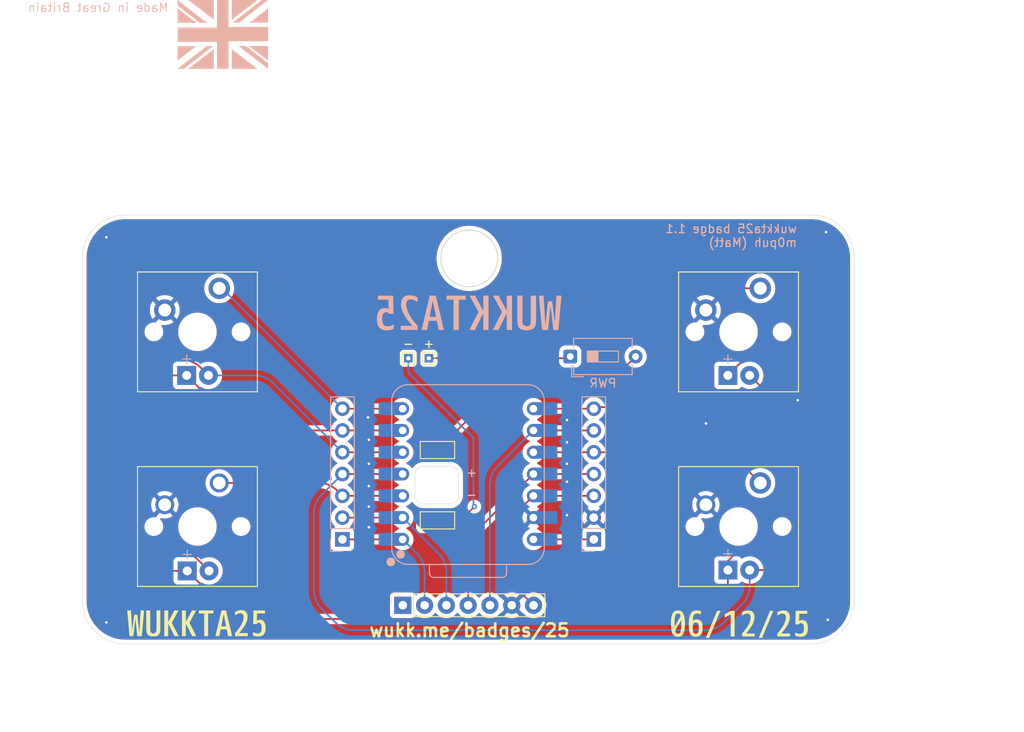
<source format=kicad_pcb>
(kicad_pcb (version 20241229) (generator "pcbnew") (generator_version "9.0")
  (layers (0 "F.Cu" signal) (2 "B.Cu" signal) (13 "F.Paste" user) (15 "B.Paste" user) (5 "F.SilkS" user "F.Silkscreen") (7 "B.SilkS" user "B.Silkscreen") (1 "F.Mask" user) (3 "B.Mask" user) (25 "Edge.Cuts" user))
  (net 0 "")
  (net 1 "GND")
  (net 2 "/VBUS")
  (net 3 "/VCC")
  (net 4 "/D10")
  (net 5 "/D9")
  (net 6 "/D8")
  (net 7 "/D7")
  (net 8 "/D0")
  (net 9 "/D1")
  (net 10 "/D6")
  (net 12 "/CH2")
  (net 13 "/CH3")
  (net 14 "/CH1")
  (net 15 "Net-(J4-Pin_1)")
  (net 16 "Net-(J5-Pin_1)")
  (net 17 "/D2")
  (footprint "TestPoint:TestPoint_Pad_2.5x2.5mm" (layer "F.Cu") (at 96.4 83.1)
    (property "Reference" "J5" (hide yes))
    (property "Value" "Conn_01x01_Pin")
    (pad "1" smd roundrect (at 0 0) (size 4 2) (layers "F.Cu" "F.Mask") (roundrect_rratio 0.125))
  )
  (footprint "MX V2:MX-LED-PolarityMarked" (layer "F.Cu") (at 68.5 83.90875)
    (property "Reference" "D2" (hide yes))
    (property "Value" "LED" (hide yes))
    (pad "1" thru_hole rect (at -1.27 5.08) (size 2.2 2.2) (drill 1.04) (layers "*.Cu" "B.Mask") (net 12 "/CH2"))
    (pad "2" thru_hole circle (at 1.27 5.08) (size 2.2 2.2) (drill 1.04) (layers "*.Cu" "B.Mask") (net 13 "/CH3"))
  )
  (footprint "MX V2:MX-LED-PolarityMarked" (layer "F.Cu") (at 131.53 61.12)
    (property "Reference" "D3" (hide yes))
    (property "Value" "LED" (hide yes))
    (pad "1" thru_hole rect (at -1.27 5.08) (size 2.2 2.2) (drill 1.04) (layers "*.Cu" "B.Mask") (net 14 "/CH1"))
    (pad "2" thru_hole circle (at 1.27 5.08) (size 2.2 2.2) (drill 1.04) (layers "*.Cu" "B.Mask") (net 12 "/CH2"))
  )
  (footprint "Button_Switch_Keyboard:SW_Cherry_MX_1.00u_PCB" (layer "F.Cu") (at 134.04 78.74)
    (property "Reference" "SW1" (hide yes))
    (property "Value" "SW_SPST" (hide yes))
    (pad "" np_thru_hole circle (at -7.62 5.08) (size 1.7 1.7) (drill 1.7) (layers "*.Cu" "*.Mask"))
    (pad "" np_thru_hole circle (at -2.54 5.08) (size 4 4) (drill 4) (layers "*.Cu" "*.Mask"))
    (pad "" np_thru_hole circle (at 2.54 5.08) (size 1.7 1.7) (drill 1.7) (layers "*.Cu" "*.Mask"))
    (pad "1" thru_hole circle (at 0 0) (size 2.5 2.5) (drill 1.5) (layers "*.Cu" "*.Mask") (net 5 "/D9"))
    (pad "2" thru_hole circle (at -6.35 2.54) (size 2.2 2.2) (drill 1.5) (layers "*.Cu" "*.Mask") (net 1 "GND"))
  )
  (footprint "TestPoint:TestPoint_THTPad_1.0x1.0mm_Drill0.5mm" (layer "F.Cu") (at 93 64.2)
    (property "Reference" "-" (at 0 -1.7 0) (layer "F.SilkS"))
    (property "Value" "Conn_01x01_Pin" (hide yes))
    (pad "1" thru_hole rect (at 0 0) (size 1 1) (drill 0.5) (layers "*.Cu" "*.Mask"))
  )
  (footprint "kibuzzard-68E80B3B" (layer "F.Cu") (at 131.6 95.2)
    (property "Reference" "kibuzzard-68E80B3B" (hide yes))
    (property "Value" "G***" (hide yes))
  )
  (footprint "kibuzzard-68C8464D" (layer "F.Cu") (at 68.3 95.1)
    (property "Reference" "kibuzzard-68C8464D" (hide yes))
    (property "Value" "G***" (hide yes))
  )
  (footprint "Button_Switch_Keyboard:SW_Cherry_MX_1.00u_PCB" (layer "F.Cu") (at 70.96 56.045)
    (property "Reference" "SW4" (hide yes))
    (property "Value" "SW_SPST" (hide yes))
    (pad "" np_thru_hole circle (at -7.62 5.08) (size 1.7 1.7) (drill 1.7) (layers "*.Cu" "*.Mask"))
    (pad "" np_thru_hole circle (at -2.54 5.08) (size 4 4) (drill 4) (layers "*.Cu" "*.Mask"))
    (pad "" np_thru_hole circle (at 2.54 5.08) (size 1.7 1.7) (drill 1.7) (layers "*.Cu" "*.Mask"))
    (pad "1" thru_hole circle (at 0 0) (size 2.5 2.5) (drill 1.5) (layers "*.Cu" "*.Mask") (net 10 "/D6"))
    (pad "2" thru_hole circle (at -6.35 2.54) (size 2.5 2.5) (drill 1.5) (layers "*.Cu" "*.Mask") (net 1 "GND"))
  )
  (footprint "MX V2:MX-LED-PolarityMarked" (layer "F.Cu") (at 68.43 61.12)
    (property "Reference" "D1" (hide yes))
    (property "Value" "LED" (hide yes))
    (pad "1" thru_hole rect (at -1.27 5.08) (size 2.2 2.2) (drill 1.04) (layers "*.Cu" "B.Mask") (net 13 "/CH3"))
    (pad "2" thru_hole circle (at 1.27 5.08) (size 2.2 2.2) (drill 1.04) (layers "*.Cu" "B.Mask") (net 12 "/CH2"))
  )
  (footprint "Button_Switch_Keyboard:SW_Cherry_MX_1.00u_PCB" (layer "F.Cu") (at 70.96 78.74)
    (property "Reference" "SW2" (hide yes))
    (property "Value" "SW_SPST" (hide yes))
    (pad "" np_thru_hole circle (at -7.62 5.08) (size 1.7 1.7) (drill 1.7) (layers "*.Cu" "*.Mask"))
    (pad "" np_thru_hole circle (at -2.54 5.08) (size 4 4) (drill 4) (layers "*.Cu" "*.Mask"))
    (pad "" np_thru_hole circle (at 2.54 5.08) (size 1.7 1.7) (drill 1.7) (layers "*.Cu" "*.Mask"))
    (pad "1" thru_hole circle (at 0 0) (size 2.2 2.2) (drill 1.5) (layers "*.Cu" "*.Mask") (net 17 "/D2"))
    (pad "2" thru_hole circle (at -6.35 2.54) (size 2.2 2.2) (drill 1.5) (layers "*.Cu" "*.Mask") (net 1 "GND"))
  )
  (footprint "TestPoint:TestPoint_THTPad_1.0x1.0mm_Drill0.5mm" (layer "F.Cu") (at 95.4 64.2)
    (property "Reference" "+" (at 0 -1.7 0) (layer "F.SilkS"))
    (property "Value" "Conn_01x01_Pin" (hide yes))
    (pad "1" thru_hole rect (at 0 0) (size 1 1) (drill 0.5) (layers "*.Cu" "*.Mask") (net 15 "Net-(J4-Pin_1)"))
  )
  (footprint "Button_Switch_Keyboard:SW_Cherry_MX_1.00u_PCB" (layer "F.Cu") (at 134.04 56.045)
    (property "Reference" "SW3" (hide yes))
    (property "Value" "SW_SPST" (hide yes))
    (pad "" np_thru_hole circle (at -7.62 5.08) (size 1.7 1.7) (drill 1.7) (layers "*.Cu" "*.Mask"))
    (pad "" np_thru_hole circle (at -2.54 5.08) (size 4 4) (drill 4) (layers "*.Cu" "*.Mask"))
    (pad "" np_thru_hole circle (at 2.54 5.08) (size 1.7 1.7) (drill 1.7) (layers "*.Cu" "*.Mask"))
    (pad "1" thru_hole circle (at 0 0) (size 2.5 2.5) (drill 1.5) (layers "*.Cu" "*.Mask") (net 7 "/D7"))
    (pad "2" thru_hole circle (at -6.35 2.54) (size 2.5 2.5) (drill 1.5) (layers "*.Cu" "*.Mask") (net 1 "GND"))
  )
  (footprint "TestPoint:TestPoint_Pad_2.5x2.5mm" (layer "F.Cu") (at 96.4 74.9)
    (property "Reference" "J5" (hide yes))
    (property "Value" "Conn_01x01_Pin")
    (pad "1" smd roundrect (at 0 0) (size 4 2) (layers "F.Cu" "F.Mask") (roundrect_rratio 0.125) (net 16 "Net-(J5-Pin_1)"))
  )
  (footprint "Connector_PinSocket_2.54mm:PinSocket_1x07_P2.54mm_Vertical" (layer "F.Cu") (at 92.360001 93.000001 90)
    (property "Reference" "J1" (hide yes))
    (property "Value" "Conn_01x07_Socket" (hide yes))
    (pad "1" thru_hole rect (at 0 0 90) (size 2 2) (drill 1) (layers "*.Cu" "*.Mask"))
    (pad "2" thru_hole circle (at 0.000001 2.539999 90) (size 2 2) (drill 1) (layers "*.Cu" "*.Mask") (net 8 "/D0"))
    (pad "3" thru_hole circle (at 0 5.08 90) (size 2 2) (drill 1) (layers "*.Cu" "*.Mask") (net 9 "/D1"))
    (pad "4" thru_hole circle (at 0.000001 7.62 90) (size 2 2) (drill 1) (layers "*.Cu" "*.Mask") (net 4 "/D10"))
    (pad "5" thru_hole circle (at -0.000002 10.159999 90) (size 2 2) (drill 1) (layers "*.Cu" "*.Mask") (net 6 "/D8"))
    (pad "6" thru_hole circle (at 0.000002 12.7 90) (size 2 2) (drill 1) (layers "*.Cu" "*.Mask") (net 1 "GND"))
    (pad "7" thru_hole circle (at 0.000001 15.24 90) (size 2 2) (drill 1) (layers "*.Cu" "*.Mask") (net 3 "/VCC"))
  )
  (footprint "MX V2:MX-LED-PolarityMarked" (layer "F.Cu") (at 131.53 83.82)
    (property "Reference" "D4" (hide yes))
    (property "Value" "LED" (hide yes))
    (pad "1" thru_hole rect (at -1.27 5.08) (size 2.2 2.2) (drill 1.04) (layers "*.Cu" "B.Mask") (net 12 "/CH2"))
    (pad "2" thru_hole circle (at 1.27 5.08) (size 2.2 2.2) (drill 1.04) (layers "*.Cu" "B.Mask") (net 14 "/CH1"))
  )
  (footprint "Connector_PinHeader_2.54mm:PinHeader_1x07_P2.54mm_Vertical" (layer "B.Cu") (at 85.32 85.32)
    (property "Reference" "J3" (hide yes))
    (property "Value" "Conn_01x07_Socket" (hide yes))
    (pad "1" thru_hole rect (at 0 0) (size 1.7 1.7) (drill 1) (layers "*.Cu" "*.Mask") (net 8 "/D0"))
    (pad "2" thru_hole circle (at 0 -2.54) (size 1.7 1.7) (drill 1) (layers "*.Cu" "*.Mask") (net 9 "/D1"))
    (pad "3" thru_hole circle (at 0 -5.08) (size 1.7 1.7) (drill 1) (layers "*.Cu" "*.Mask") (net 17 "/D2"))
    (pad "4" thru_hole circle (at 0 -7.62) (size 1.7 1.7) (drill 1) (layers "*.Cu" "*.Mask") (net 14 "/CH1"))
    (pad "5" thru_hole circle (at 0 -10.16) (size 1.7 1.7) (drill 1) (layers "*.Cu" "*.Mask") (net 12 "/CH2"))
    (pad "6" thru_hole circle (at 0 -12.7) (size 1.7 1.7) (drill 1) (layers "*.Cu" "*.Mask") (net 13 "/CH3"))
    (pad "7" thru_hole circle (at 0 -15.24) (size 1.7 1.7) (drill 1) (layers "*.Cu" "*.Mask") (net 10 "/D6"))
  )
  (footprint "kibuzzard-68C1A562" (layer "B.Cu") (at 100.1 58.9 180)
    (property "Reference" "kibuzzard-68C1A562" (hide yes))
    (property "Value" "G***" (hide yes))
  )
  (footprint "Connector_PinHeader_2.54mm:PinHeader_1x07_P2.54mm_Vertical" (layer "B.Cu") (at 114.625 85.32)
    (property "Reference" "J2" (hide yes))
    (property "Value" "Conn_01x07_Socket" (hide yes))
    (pad "1" thru_hole rect (at 0 0) (size 1.7 1.7) (drill 1) (layers "*.Cu" "*.Mask") (net 2 "/VBUS"))
    (pad "2" thru_hole circle (at 0 -2.54) (size 1.7 1.7) (drill 1) (layers "*.Cu" "*.Mask") (net 1 "GND"))
    (pad "3" thru_hole circle (at 0 -5.08) (size 1.7 1.7) (drill 1) (layers "*.Cu" "*.Mask") (net 3 "/VCC"))
    (pad "4" thru_hole circle (at 0 -7.62) (size 1.7 1.7) (drill 1) (layers "*.Cu" "*.Mask") (net 4 "/D10"))
    (pad "5" thru_hole circle (at 0 -10.16) (size 1.7 1.7) (drill 1) (layers "*.Cu" "*.Mask") (net 5 "/D9"))
    (pad "6" thru_hole circle (at 0 -12.7) (size 1.7 1.7) (drill 1) (layers "*.Cu" "*.Mask") (net 6 "/D8"))
    (pad "7" thru_hole circle (at 0 -15.24) (size 1.7 1.7) (drill 1) (layers "*.Cu" "*.Mask") (net 7 "/D7"))
  )
  (footprint "Seeed Studio XIAO Series Library:XIAO-ESP32C3-DIP" (layer "B.Cu") (at 100.08 77.7)
    (property "Reference" "U1" (hide yes))
    (property "Value" "XIAO-ESP32-C3-DIP")
    (pad "1" smd roundrect (at -8.575 7.62 180) (size 2.932 1.524) (drill (offset 0.5 0)) (layers "B.Cu" "B.Mask") (roundrect_rratio 0.1) (net 8 "/D0"))
    (pad "1" thru_hole circle (at -7.74 7.62 180) (size 1.524 1.524) (drill 0.889) (layers "*.Cu" "*.Mask") (net 8 "/D0"))
    (pad "2" smd roundrect (at -8.575 5.08 180) (size 2.932 1.524) (drill (offset 0.5 0)) (layers "B.Cu" "B.Mask") (roundrect_rratio 0.1) (net 9 "/D1"))
    (pad "2" thru_hole circle (at -7.74 5.08 180) (size 1.524 1.524) (drill 0.889) (layers "*.Cu" "*.Mask") (net 9 "/D1"))
    (pad "3" smd roundrect (at -8.575 2.54 180) (size 2.932 1.524) (drill (offset 0.5 0)) (layers "B.Cu" "B.Mask") (roundrect_rratio 0.1) (net 17 "/D2"))
    (pad "3" thru_hole circle (at -7.74 2.54 180) (size 1.524 1.524) (drill 0.889) (layers "*.Cu" "*.Mask") (net 17 "/D2"))
    (pad "4" smd roundrect (at -8.575 0 180) (size 2.932 1.524) (drill (offset 0.5 0)) (layers "B.Cu" "B.Mask") (roundrect_rratio 0.1) (net 14 "/CH1"))
    (pad "4" thru_hole circle (at -7.74 0 180) (size 1.524 1.524) (drill 0.889) (layers "*.Cu" "*.Mask") (net 14 "/CH1"))
    (pad "5" smd roundrect (at -8.575 -2.54 180) (size 2.932 1.524) (drill (offset 0.5 0)) (layers "B.Cu" "B.Mask") (roundrect_rratio 0.1) (net 12 "/CH2"))
    (pad "5" thru_hole circle (at -7.74 -2.54 180) (size 1.524 1.524) (drill 0.889) (layers "*.Cu" "*.Mask") (net 12 "/CH2"))
    (pad "6" smd roundrect (at -8.575 -5.08 180) (size 2.932 1.524) (drill (offset 0.5 0)) (layers "B.Cu" "B.Mask") (roundrect_rratio 0.1) (net 13 "/CH3"))
    (pad "6" thru_hole circle (at -7.74 -5.08 180) (size 1.524 1.524) (drill 0.889) (layers "*.Cu" "*.Mask") (net 13 "/CH3"))
    (pad "7" smd roundrect (at -8.575 -7.62 180) (size 2.932 1.524) (drill (offset 0.5 0)) (layers "B.Cu" "B.Mask") (roundrect_rratio 0.1) (net 10 "/D6"))
    (pad "7" thru_hole circle (at -7.74 -7.62 180) (size 1.524 1.524) (drill 0.889) (layers "*.Cu" "*.Mask") (net 10 "/D6"))
    (pad "8" thru_hole circle (at 7.5 -7.62) (size 1.524 1.524) (drill 0.889) (layers "*.Cu" "*.Mask") (net 7 "/D7"))
    (pad "8" smd roundrect (at 8.335 -7.62) (size 2.932 1.524) (drill (offset 0.5 0)) (layers "B.Cu" "B.Mask") (roundrect_rratio 0.1) (net 7 "/D7"))
    (pad "9" thru_hole circle (at 7.5 -5.08) (size 1.524 1.524) (drill 0.889) (layers "*.Cu" "*.Mask") (net 6 "/D8"))
    (pad "9" smd roundrect (at 8.335 -5.08) (size 2.932 1.524) (drill (offset 0.5 0)) (layers "B.Cu" "B.Mask") (roundrect_rratio 0.1) (net 6 "/D8"))
    (pad "10" thru_hole circle (at 7.5 -2.54) (size 1.524 1.524) (drill 0.889) (layers "*.Cu" "*.Mask") (net 5 "/D9"))
    (pad "10" smd roundrect (at 8.335 -2.54) (size 2.932 1.524) (drill (offset 0.5 0)) (layers "B.Cu" "B.Mask") (roundrect_rratio 0.1) (net 5 "/D9"))
    (pad "11" thru_hole circle (at 7.5 0) (size 1.524 1.524) (drill 0.889) (layers "*.Cu" "*.Mask") (net 4 "/D10"))
    (pad "11" smd roundrect (at 8.335 0) (size 2.932 1.524) (drill (offset 0.5 0)) (layers "B.Cu" "B.Mask") (roundrect_rratio 0.1) (net 4 "/D10"))
    (pad "12" thru_hole circle (at 7.5 2.54) (size 1.524 1.524) (drill 0.889) (layers "*.Cu" "*.Mask") (net 3 "/VCC"))
    (pad "12" smd roundrect (at 8.335 2.54) (size 2.932 1.524) (drill (offset 0.5 0)) (layers "B.Cu" "B.Mask") (roundrect_rratio 0.1) (net 3 "/VCC"))
    (pad "13" thru_hole circle (at 7.5 5.08) (size 1.524 1.524) (drill 0.889) (layers "*.Cu" "*.Mask") (net 1 "GND"))
    (pad "13" smd roundrect (at 8.335 5.08) (size 2.932 1.524) (drill (offset 0.5 0)) (layers "B.Cu" "B.Mask") (roundrect_rratio 0.1) (net 1 "GND"))
    (pad "14" thru_hole circle (at 7.5 7.62) (size 1.524 1.524) (drill 0.889) (layers "*.Cu" "*.Mask") (net 2 "/VBUS"))
    (pad "14" smd roundrect (at 8.335 7.62) (size 2.932 1.524) (drill (offset 0.5 0)) (layers "B.Cu" "B.Mask") (roundrect_rratio 0.1) (net 2 "/VBUS"))
  )
  (footprint "Button_Switch_THT:SW_DIP_SPSTx01_Slide_6.7x4.1mm_W7.62mm_P2.54mm_LowProfile" (layer "B.Cu") (at 111.88 64)
    (property "Reference" "PWR" (at 3.81 3.11 180) (layer "B.SilkS") (effects (justify mirror)))
    (property "Value" "SW_SPST" (hide yes))
    (pad "1" thru_hole roundrect (at 0 0) (size 1.6 1.6) (drill 0.8) (layers "*.Cu" "*.Mask") (roundrect_rratio 0.15625) (net 15 "Net-(J4-Pin_1)"))
    (pad "2" thru_hole circle (at 7.62 0) (size 1.6 1.6) (drill 0.8) (layers "*.Cu" "*.Mask") (net 16 "Net-(J5-Pin_1)"))
  )
  (gr_poly (pts (xy 76.655634 29.793129) (xy 76.655634 30.45895) (xy 73.196043 27.797241) (xy 74.061395 27.797241)) (fill yes) (layer "B.SilkS"))
  (gr_poly (pts (xy 68.326696 25.099566) (xy 66.1 25.099566) (xy 66.1 23.386306)) (fill yes) (layer "B.SilkS"))
  (gr_poly (pts (xy 70.329675 24.73163) (xy 67.345464 22.435625) (xy 70.329675 22.435625)) (fill yes) (layer "B.SilkS"))
  (gr_poly (pts (xy 72.05606 25.575382) (xy 76.655634 25.575382) (xy 76.655634 27.248396) (xy 72.05606 27.248396) (xy 72.05606 30.461182) (xy 71.377817 30.461182) (xy 70.699575 30.461182) (xy 70.699575 27.321591) (xy 66.1 27.321591) (xy 66.1 25.648432) (xy 70.699575 25.648432) (xy 70.699575 22.435625) (xy 71.377817 22.435625) (xy 72.05606 22.435625)) (fill yes) (layer "B.SilkS"))
  (gr_poly (pts (xy 66.83424 30.461182) (xy 66.1 30.461182) (xy 66.086151 30.461182) (xy 66.1 30.45035) (xy 69.489829 27.818242) (xy 70.24199 27.818242)) (fill yes) (layer "B.SilkS"))
  (gr_poly (pts (xy 70.329675 30.461182) (xy 67.33178 30.461182) (xy 70.329675 28.154821)) (fill yes) (layer "B.SilkS"))
  (gr_poly (pts (xy 76.655634 25.078565) (xy 74.46968 25.078565) (xy 76.655634 23.396972)) (fill yes) (layer "B.SilkS"))
  (gr_poly (pts (xy 69.559592 25.099566) (xy 68.69424 25.099566) (xy 66.1 23.103678) (xy 66.1 22.437858)) (fill yes) (layer "B.SilkS"))
  (gr_poly (pts (xy 76.655634 22.446457) (xy 73.265806 25.078565) (xy 72.513645 25.078565) (xy 75.921395 22.435625) (xy 76.655634 22.435625) (xy 76.669484 22.435625)) (fill yes) (layer "B.SilkS"))
  (gr_poly (pts (xy 76.655634 29.510335) (xy 74.428938 27.797241) (xy 76.655634 27.797241)) (fill yes) (layer "B.SilkS"))
  (gr_poly (pts (xy 75.410171 30.461182) (xy 72.42596 30.461182) (xy 72.42596 28.165322)) (fill yes) (layer "B.SilkS"))
  (gr_poly (pts (xy 66.1 29.5) (xy 66.1 27.818242) (xy 68.285872 27.818242)) (fill yes) (layer "B.SilkS"))
  (gr_poly (pts (xy 72.42596 24.741986) (xy 72.42596 22.435625) (xy 75.423834 22.435625)) (fill yes) (layer "B.SilkS"))
  (gr_arc (start 60 97.5) (mid 56.464466 96.035534) (end 55 92.5) (stroke (width 0.05)) (layer "Edge.Cuts"))
  (gr_arc (start 55 52.5) (mid 56.464466 48.964466) (end 60 47.5) (stroke (width 0.05)) (layer "Edge.Cuts"))
  (gr_circle (center 100.1 52.559456) (end 100.35 49.259456) (stroke (width 0.1)) (fill no) (layer "Edge.Cuts"))
  (gr_arc (start 98.884456 80.175) (mid 98.59156 80.882091) (end 97.884456 81.175) (stroke (width 0.05)) (layer "Edge.Cuts"))
  (gr_arc (start 97.884456 76.8) (mid 98.591563 77.092893) (end 98.884456 77.8) (stroke (width 0.05)) (layer "Edge.Cuts"))
  (gr_line (start 60 47.5) (end 140 47.5) (stroke (width 0.05)) (layer "Edge.Cuts"))
  (gr_line (start 93.775 80.175) (end 93.775 77.8) (stroke (width 0.05)) (layer "Edge.Cuts"))
  (gr_arc (start 93.775 77.8) (mid 94.067893 77.092893) (end 94.775 76.8) (stroke (width 0.05)) (layer "Edge.Cuts"))
  (gr_arc (start 94.775 81.175) (mid 94.067893 80.882107) (end 93.775 80.175) (stroke (width 0.05)) (layer "Edge.Cuts"))
  (gr_line (start 97.884456 81.175) (end 94.775 81.175) (stroke (width 0.05)) (layer "Edge.Cuts"))
  (gr_line (start 145 52.5) (end 145 92.5) (stroke (width 0.05)) (layer "Edge.Cuts"))
  (gr_arc (start 140 47.5) (mid 143.535534 48.964466) (end 145 52.5) (stroke (width 0.05)) (layer "Edge.Cuts"))
  (gr_line (start 55 92.5) (end 55 52.5) (stroke (width 0.05)) (layer "Edge.Cuts"))
  (gr_line (start 98.884456 77.8) (end 98.884456 80.175) (stroke (width 0.05)) (layer "Edge.Cuts"))
  (gr_line (start 94.775 76.8) (end 97.884456 76.8) (stroke (width 0.05)) (layer "Edge.Cuts"))
  (gr_line (start 140 97.5) (end 60 97.5) (stroke (width 0.05)) (layer "Edge.Cuts"))
  (gr_arc (start 145 92.5) (mid 143.535534 96.035534) (end 140 97.5) (stroke (width 0.05)) (layer "Edge.Cuts"))
  (gr_text "wukk.me/badges/25" (at 88.3 96.8 0) (layer "F.SilkS") (effects (font (size 1.5 1.5) (thickness 0.3) (bold yes)) (justify left bottom)))
  (gr_text "wukkta25 badge 1.1\nm0puh (Matt)" (at 138.4 51.3 0) (layer "B.SilkS") (effects (font (size 1 1)) (justify left bottom mirror)))
  (gr_text "+" (at 101.1 78.1 0) (layer "B.SilkS") (effects (font (size 1 1)) (justify left bottom mirror)))
  (gr_text "Made in Great Britain" (at 65.1 23.9 0) (layer "B.SilkS") (effects (font (size 1 1) (thickness 0.1)) (justify left bottom mirror)))
  (gr_text "-" (at 101.1 80.7 0) (layer "B.SilkS") (effects (font (size 1 1)) (justify left bottom mirror)))
  (segment (start 99.1 83.1) (end 96.4 83.1) (width 0.2) (layer "F.Cu") (net 0))
  (segment (start 100.7 81.5) (end 99.1 83.1) (width 0.2) (layer "F.Cu") (net 0))
  (via (at 100.7 81.5) (size 0.6) (drill 0.3) (layers "F.Cu" "B.Cu") (net 0))
  (segment (start 93 65.9) (end 96.5 69.4) (width 0.2) (layer "B.Cu") (net 0))
  (segment (start 93 64.2) (end 93 65.9) (width 0.2) (layer "B.Cu") (net 0))
  (segment (start 100.6 80) (end 100.6 81.4) (width 0.2) (layer "B.Cu") (net 0))
  (segment (start 100.6 73.5) (end 100.6 80) (width 0.2) (layer "B.Cu") (net 0))
  (segment (start 100.6 81.4) (end 100.7 81.5) (width 0.2) (layer "B.Cu") (net 0))
  (segment (start 96.5 69.4) (end 100.6 73.5) (width 0.2) (layer "B.Cu") (net 0))
  (via (at 88.3 71.1) (size 0.6) (drill 0.3) (layers "F.Cu" "B.Cu") (net 1))
  (via (at 57.8 50.1) (size 0.6) (drill 0.3) (layers "F.Cu" "B.Cu") (net 1))
  (via (at 111.5 82.5) (size 0.6) (drill 0.3) (layers "F.Cu" "B.Cu") (net 1))
  (via (at 111.5 76.5) (size 0.6) (drill 0.3) (layers "F.Cu" "B.Cu") (net 1))
  (via (at 88.4 83.9) (size 0.6) (drill 0.3) (layers "F.Cu" "B.Cu") (net 1))
  (via (at 127.7 71.8) (size 0.6) (drill 0.3) (layers "F.Cu" "B.Cu") (net 1))
  (via (at 141.7 49.5) (size 0.6) (drill 0.3) (layers "F.Cu" "B.Cu") (net 1))
  (via (at 141.9 94.7) (size 0.6) (drill 0.3) (layers "F.Cu" "B.Cu") (net 1))
  (via (at 111.5 78.6) (size 0.6) (drill 0.3) (layers "F.Cu" "B.Cu") (net 1))
  (via (at 88.4 81.5) (size 0.6) (drill 0.3) (layers "F.Cu" "B.Cu") (net 1))
  (via (at 88.4 76.5) (size 0.6) (drill 0.3) (layers "F.Cu" "B.Cu") (net 1))
  (via (at 138.4 69.1) (size 0.6) (drill 0.3) (layers "F.Cu" "B.Cu") (net 1))
  (via (at 57.8 95) (size 0.6) (drill 0.3) (layers "F.Cu" "B.Cu") (net 1))
  (via (at 111.5 71.4) (size 0.6) (drill 0.3) (layers "F.Cu" "B.Cu") (net 1))
  (via (at 88.4 73.7) (size 0.6) (drill 0.3) (layers "F.Cu" "B.Cu") (net 1))
  (via (at 88.4 79.1) (size 0.6) (drill 0.3) (layers "F.Cu" "B.Cu") (net 1))
  (via (at 111.5 74) (size 0.6) (drill 0.3) (layers "F.Cu" "B.Cu") (net 1))
  (segment (start 107.58 85.32) (end 114.625 85.32) (width 0.2) (layer "F.Cu") (net 2))
  (segment (start 107.600001 93) (end 106.278679 91.678678) (width 0.2) (layer "F.Cu") (net 3))
  (segment (start 106.27868 81.54132) (end 107.58 80.24) (width 0.2) (layer "F.Cu") (net 3))
  (segment (start 105.4 89.557358) (end 105.4 83.662641) (width 0.2) (layer "F.Cu") (net 3))
  (segment (start 107.58 80.24) (end 114.625 80.24) (width 0.2) (layer "F.Cu") (net 3))
  (arc (start 105.4 83.662641) (mid 105.628362 82.51459) (end 106.27868 81.54132) (width 0.2) (layer "F.Cu") (net 3))
  (arc (start 106.278679 91.678678) (mid 105.628361 90.705408) (end 105.4 89.557358) (width 0.2) (layer "F.Cu") (net 3))
  (segment (start 100.858681 84.421319) (end 107.58 77.7) (width 0.2) (layer "F.Cu") (net 4))
  (segment (start 99.980001 93) (end 99.980001 86.54264) (width 0.2) (layer "F.Cu") (net 4))
  (segment (start 107.58 77.7) (end 114.625 77.7) (width 0.2) (layer "F.Cu") (net 4))
  (arc (start 99.980001 86.54264) (mid 100.208363 85.394589) (end 100.858681 84.421319) (width 0.2) (layer "F.Cu") (net 4))
  (segment (start 129.217359 75.16) (end 114.625 75.16) (width 0.2) (layer "F.Cu") (net 5))
  (segment (start 107.58 75.16) (end 114.625 75.16) (width 0.2) (layer "F.Cu") (net 5))
  (segment (start 134.04 78.74) (end 131.338679 76.038679) (width 0.2) (layer "F.Cu") (net 5))
  (arc (start 129.217359 75.16) (mid 130.365409 75.388361) (end 131.338679 76.038679) (width 0.2) (layer "F.Cu") (net 5))
  (segment (start 107.58 72.62) (end 114.625 72.62) (width 0.2) (layer "F.Cu") (net 6))
  (segment (start 102.52 93.000003) (end 102.52 78.922641) (width 0.2) (layer "B.Cu") (net 6))
  (segment (start 103.39868 76.80132) (end 107.58 72.62) (width 0.2) (layer "B.Cu") (net 6))
  (arc (start 103.39868 76.80132) (mid 102.748361 77.77459) (end 102.52 78.922641) (width 0.2) (layer "B.Cu") (net 6))
  (segment (start 123.2 60.842641) (end 123.2 66.357359) (width 0.2) (layer "F.Cu") (net 7))
  (segment (start 122.32132 68.47868) (end 121.778679 69.021321) (width 0.2) (layer "F.Cu") (net 7))
  (segment (start 125.87632 56.92368) (end 124.078679 58.721321) (width 0.2) (layer "F.Cu") (net 7))
  (segment (start 114.805 69.9) (end 114.625 70.08) (width 0.2) (layer "F.Cu") (net 7))
  (segment (start 119.657359 69.9) (end 114.805 69.9) (width 0.2) (layer "F.Cu") (net 7))
  (segment (start 114.625 70.08) (end 107.58 70.08) (width 0.2) (layer "F.Cu") (net 7))
  (segment (start 134.04 56.045) (end 127.997641 56.045) (width 0.2) (layer "F.Cu") (net 7))
  (arc (start 123.2 60.842641) (mid 123.428361 59.694591) (end 124.078679 58.721321) (width 0.2) (layer "F.Cu") (net 7))
  (arc (start 123.2 66.357359) (mid 122.971638 67.50541) (end 122.32132 68.47868) (width 0.2) (layer "F.Cu") (net 7))
  (arc (start 119.657359 69.9) (mid 120.805409 69.671639) (end 121.778679 69.021321) (width 0.2) (layer "F.Cu") (net 7))
  (arc (start 125.87632 56.92368) (mid 126.84959 56.273361) (end 127.997641 56.045) (width 0.2) (layer "F.Cu") (net 7))
  (segment (start 85.32 85.32) (end 92.34 85.32) (width 0.2) (layer "F.Cu") (net 8))
  (segment (start 94.9 93) (end 94.9 89.122641) (width 0.2) (layer "B.Cu") (net 8))
  (segment (start 94.02132 87.00132) (end 92.34 85.32) (width 0.2) (layer "B.Cu") (net 8))
  (arc (start 94.02132 87.00132) (mid 94.671639 87.97459) (end 94.9 89.122641) (width 0.2) (layer "B.Cu") (net 8))
  (segment (start 85.32 82.78) (end 92.34 82.78) (width 0.2) (layer "F.Cu") (net 9))
  (segment (start 96.561321 87.001321) (end 92.34 82.78) (width 0.2) (layer "B.Cu") (net 9))
  (segment (start 97.440001 93.000001) (end 97.440001 89.122642) (width 0.2) (layer "B.Cu") (net 9))
  (arc (start 96.561321 87.001321) (mid 97.21164 87.974591) (end 97.440001 89.122642) (width 0.2) (layer "B.Cu") (net 9))
  (segment (start 70.96 56.045) (end 71.285 56.045) (width 0.2) (layer "F.Cu") (net 10))
  (segment (start 85.32 70.08) (end 92.34 70.08) (width 0.2) (layer "F.Cu") (net 10))
  (segment (start 71.285 56.045) (end 85.32 70.08) (width 0.2) (layer "B.Cu") (net 10))
  (segment (start 138.52132 85.77868) (end 138.178679 86.121321) (width 0.2) (layer "F.Cu") (net 12))
  (segment (start 131.1 87) (end 130.26 87.84) (width 0.2) (layer "F.Cu") (net 12))
  (segment (start 71.96257 93.72132) (end 67.23 88.98875) (width 0.2) (layer "F.Cu") (net 12))
  (segment (start 139.4 74.042641) (end 139.4 83.657359) (width 0.2) (layer "F.Cu") (net 12))
  (segment (start 58.57868 82.77868) (end 63.910071 88.110071) (width 0.2) (layer "F.Cu") (net 12))
  (segment (start 85.32 75.16) (end 92.34 75.16) (width 0.2) (layer "F.Cu") (net 12))
  (segment (start 126.257359 94.6) (end 74.083891 94.6) (width 0.2) (layer "F.Cu") (net 12))
  (segment (start 132.8 66.2) (end 138.521321 71.921321) (width 0.2) (layer "F.Cu") (net 12))
  (segment (start 129.38132 92.71868) (end 128.378679 93.721321) (width 0.2) (layer "F.Cu") (net 12))
  (segment (start 136.057359 87) (end 131.1 87) (width 0.2) (layer "F.Cu") (net 12))
  (segment (start 57.7 70.742641) (end 57.7 80.657359) (width 0.2) (layer "F.Cu") (net 12))
  (segment (start 130.26 87.84) (end 130.26 88.9) (width 0.2) (layer "F.Cu") (net 12))
  (segment (start 66.657359 64.4) (end 64.042641 64.4) (width 0.2) (layer "F.Cu") (net 12))
  (segment (start 69.7 66.2) (end 68.778679 65.278679) (width 0.2) (layer "F.Cu") (net 12))
  (segment (start 130.26 88.9) (end 130.26 90.597359) (width 0.2) (layer "F.Cu") (net 12))
  (segment (start 61.92132 65.27868) (end 58.578679 68.621321) (width 0.2) (layer "F.Cu") (net 12))
  (segment (start 66.031391 88.98875) (end 67.23 88.98875) (width 0.2) (layer "F.Cu") (net 12))
  (arc (start 63.910071 88.110071) (mid 64.883341 88.760389) (end 66.031391 88.98875) (width 0.2) (layer "F.Cu") (net 12))
  (arc (start 58.57868 82.77868) (mid 57.928361 81.80541) (end 57.7 80.657359) (width 0.2) (layer "F.Cu") (net 12))
  (arc (start 71.96257 93.72132) (mid 72.93584 94.371639) (end 74.083891 94.6) (width 0.2) (layer "F.Cu") (net 12))
  (arc (start 58.578679 68.621321) (mid 57.928361 69.594591) (end 57.7 70.742641) (width 0.2) (layer "F.Cu") (net 12))
  (arc (start 138.52132 85.77868) (mid 139.171639 84.80541) (end 139.4 83.657359) (width 0.2) (layer "F.Cu") (net 12))
  (arc (start 138.178679 86.121321) (mid 137.205409 86.771639) (end 136.057359 87) (width 0.2) (layer "F.Cu") (net 12))
  (arc (start 64.042641 64.4) (mid 62.89459 64.628362) (end 61.92132 65.27868) (width 0.2) (layer "F.Cu") (net 12))
  (arc (start 138.521321 71.921321) (mid 139.171639 72.894591) (end 139.4 74.042641) (width 0.2) (layer "F.Cu") (net 12))
  (arc (start 66.657359 64.4) (mid 67.805409 64.628361) (end 68.778679 65.278679) (width 0.2) (layer "F.Cu") (net 12))
  (arc (start 129.38132 92.71868) (mid 130.031639 91.74541) (end 130.26 90.597359) (width 0.2) (layer "F.Cu") (net 12))
  (arc (start 128.378679 93.721321) (mid 127.405409 94.371639) (end 126.257359 94.6) (width 0.2) (layer "F.Cu") (net 12))
  (segment (start 69.7 66.2) (end 75.117359 66.2) (width 0.2) (layer "B.Cu") (net 12))
  (segment (start 77.23868 67.07868) (end 85.32 75.16) (width 0.2) (layer "B.Cu") (net 12))
  (arc (start 77.23868 67.07868) (mid 76.26541 66.428361) (end 75.117359 66.2) (width 0.2) (layer "B.Cu") (net 12))
  (segment (start 65.342641 86.8) (end 66.338609 86.8) (width 0.2) (layer "F.Cu") (net 13))
  (segment (start 72.70132 71.74132) (end 67.16 66.2) (width 0.2) (layer "F.Cu") (net 13))
  (segment (start 62.02132 67.07868) (end 59.678679 69.421321) (width 0.2) (layer "F.Cu") (net 13))
  (segment (start 85.32 72.62) (end 74.822641 72.62) (width 0.2) (layer "F.Cu") (net 13))
  (segment (start 58.8 71.542641) (end 58.8 80.257359) (width 0.2) (layer "F.Cu") (net 13))
  (segment (start 68.45993 87.67868) (end 69.77 88.98875) (width 0.2) (layer "F.Cu") (net 13))
  (segment (start 67.16 66.2) (end 64.142641 66.2) (width 0.2) (layer "F.Cu") (net 13))
  (segment (start 85.32 72.62) (end 92.34 72.62) (width 0.2) (layer "F.Cu") (net 13))
  (segment (start 59.67868 82.37868) (end 63.221321 85.921321) (width 0.2) (layer "F.Cu") (net 13))
  (arc (start 63.221321 85.921321) (mid 64.194591 86.571639) (end 65.342641 86.8) (width 0.2) (layer "F.Cu") (net 13))
  (arc (start 74.822641 72.62) (mid 73.67459 72.391638) (end 72.70132 71.74132) (width 0.2) (layer "F.Cu") (net 13))
  (arc (start 58.8 80.257359) (mid 59.028362 81.40541) (end 59.67868 82.37868) (width 0.2) (layer "F.Cu") (net 13))
  (arc (start 58.8 71.542641) (mid 59.028361 70.394591) (end 59.678679 69.421321) (width 0.2) (layer "F.Cu") (net 13))
  (arc (start 64.142641 66.2) (mid 62.99459 66.428362) (end 62.02132 67.07868) (width 0.2) (layer "F.Cu") (net 13))
  (arc (start 66.338609 86.8) (mid 67.48666 87.028362) (end 68.45993 87.67868) (width 0.2) (layer "F.Cu") (net 13))
  (segment (start 136.757359 63.9) (end 133.802641 63.9) (width 0.2) (layer "F.Cu") (net 14))
  (segment (start 85.32 77.7) (end 92.34 77.7) (width 0.2) (layer "F.Cu") (net 14))
  (segment (start 139.42132 65.32132) (end 138.878679 64.778679) (width 0.2) (layer "F.Cu") (net 14))
  (segment (start 132.8 88.9) (end 136.057359 88.9) (width 0.2) (layer "F.Cu") (net 14))
  (segment (start 140.3 84.657359) (end 140.3 67.442641) (width 0.2) (layer "F.Cu") (net 14))
  (segment (start 131.68132 64.77868) (end 130.26 66.2) (width 0.2) (layer "F.Cu") (net 14))
  (segment (start 138.17868 88.02132) (end 139.421321 86.778679) (width 0.2) (layer "F.Cu") (net 14))
  (arc (start 140.3 84.657359) (mid 140.071639 85.805409) (end 139.421321 86.778679) (width 0.2) (layer "F.Cu") (net 14))
  (arc (start 140.3 67.442641) (mid 140.071638 66.29459) (end 139.42132 65.32132) (width 0.2) (layer "F.Cu") (net 14))
  (arc (start 136.757359 63.9) (mid 137.905409 64.128361) (end 138.878679 64.778679) (width 0.2) (layer "F.Cu") (net 14))
  (arc (start 133.802641 63.9) (mid 132.65459 64.128362) (end 131.68132 64.77868) (width 0.2) (layer "F.Cu") (net 14))
  (arc (start 136.057359 88.9) (mid 137.20541 88.671638) (end 138.17868 88.02132) (width 0.2) (layer "F.Cu") (net 14))
  (segment (start 84.52132 95.02132) (end 82.878679 93.378679) (width 0.2) (layer "B.Cu") (net 14))
  (segment (start 131.92132 92.87868) (end 129.778679 95.021321) (width 0.2) (layer "B.Cu") (net 14))
  (segment (start 82.87868 80.14132) (end 85.32 77.7) (width 0.2) (layer "B.Cu") (net 14))
  (segment (start 127.657359 95.9) (end 86.642641 95.9) (width 0.2) (layer "B.Cu") (net 14))
  (segment (start 132.8 88.9) (end 132.8 90.757359) (width 0.2) (layer "B.Cu") (net 14))
  (segment (start 82 91.257359) (end 82 82.262641) (width 0.2) (layer "B.Cu") (net 14))
  (arc (start 82 82.262641) (mid 82.228362 81.11459) (end 82.87868 80.14132) (width 0.2) (layer "B.Cu") (net 14))
  (arc (start 132.8 90.757359) (mid 132.571638 91.90541) (end 131.92132 92.87868) (width 0.2) (layer "B.Cu") (net 14))
  (arc (start 82 91.257359) (mid 82.228361 92.405409) (end 82.878679 93.378679) (width 0.2) (layer "B.Cu") (net 14))
  (arc (start 129.778679 95.021321) (mid 128.805409 95.671639) (end 127.657359 95.9) (width 0.2) (layer "B.Cu") (net 14))
  (arc (start 86.642641 95.9) (mid 85.49459 95.671638) (end 84.52132 95.02132) (width 0.2) (layer "B.Cu") (net 14))
  (segment (start 111.68 64.2) (end 111.88 64) (width 0.2) (layer "F.Cu") (net 15))
  (segment (start 95.4 64.2) (end 111.68 64.2) (width 0.2) (layer "F.Cu") (net 15))
  (segment (start 96.4 74.9) (end 104.021321 67.278679) (width 0.2) (layer "F.Cu") (net 16))
  (segment (start 106.142641 66.4) (end 115.857359 66.4) (width 0.2) (layer "F.Cu") (net 16))
  (segment (start 117.97868 65.52132) (end 119.5 64) (width 0.2) (layer "F.Cu") (net 16))
  (arc (start 117.97868 65.52132) (mid 117.00541 66.171639) (end 115.857359 66.4) (width 0.2) (layer "F.Cu") (net 16))
  (arc (start 106.142641 66.4) (mid 104.994591 66.628361) (end 104.021321 67.278679) (width 0.2) (layer "F.Cu") (net 16))
  (segment (start 70.96 78.74) (end 82.577359 78.74) (width 0.2) (layer "F.Cu") (net 17))
  (segment (start 84.69868 79.61868) (end 85.32 80.24) (width 0.2) (layer "F.Cu") (net 17))
  (segment (start 92.34 80.24) (end 85.32 80.24) (width 0.2) (layer "F.Cu") (net 17))
  (arc (start 82.577359 78.74) (mid 83.72541 78.968362) (end 84.69868 79.61868) (width 0.2) (layer "F.Cu") (net 17))
  (zone (net 1) (net_name "GND") (layers "F.Cu" "B.Cu") (connect_pads (clearance 0.5)) (min_thickness 0.25) (fill yes (thermal_gap 0.5) (thermal_bridge_width 0.5) (island_removal_mode 2) (island_area_min 10))
    (polygon (pts (xy 45.4 39.7) (xy 163.3 38.2) (xy 164.8 107.1) (xy 46.9 107.8)))
  )
)
</source>
